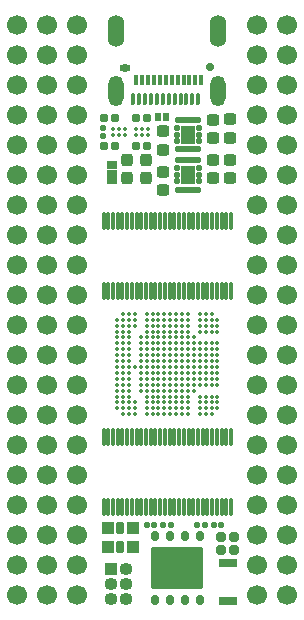
<source format=gbr>
%TF.GenerationSoftware,KiCad,Pcbnew,(5.99.0-10952-g410dbe17de)*%
%TF.CreationDate,2021-06-16T22:03:04+02:00*%
%TF.ProjectId,reDIP-64,72654449-502d-4363-942e-6b696361645f,0.2*%
%TF.SameCoordinates,PX594fc50PY8e9a590*%
%TF.FileFunction,Soldermask,Top*%
%TF.FilePolarity,Negative*%
%FSLAX46Y46*%
G04 Gerber Fmt 4.6, Leading zero omitted, Abs format (unit mm)*
G04 Created by KiCad (PCBNEW (5.99.0-10952-g410dbe17de)) date 2021-06-16 22:03:04*
%MOMM*%
%LPD*%
G01*
G04 APERTURE LIST*
G04 Aperture macros list*
%AMRoundRect*
0 Rectangle with rounded corners*
0 $1 Rounding radius*
0 $2 $3 $4 $5 $6 $7 $8 $9 X,Y pos of 4 corners*
0 Add a 4 corners polygon primitive as box body*
4,1,4,$2,$3,$4,$5,$6,$7,$8,$9,$2,$3,0*
0 Add four circle primitives for the rounded corners*
1,1,$1+$1,$2,$3*
1,1,$1+$1,$4,$5*
1,1,$1+$1,$6,$7*
1,1,$1+$1,$8,$9*
0 Add four rect primitives between the rounded corners*
20,1,$1+$1,$2,$3,$4,$5,0*
20,1,$1+$1,$4,$5,$6,$7,0*
20,1,$1+$1,$6,$7,$8,$9,0*
20,1,$1+$1,$8,$9,$2,$3,0*%
G04 Aperture macros list end*
%ADD10RoundRect,0.050000X-0.750000X0.275000X-0.750000X-0.275000X0.750000X-0.275000X0.750000X0.275000X0*%
%ADD11RoundRect,0.150000X0.150000X-0.275000X0.150000X0.275000X-0.150000X0.275000X-0.150000X-0.275000X0*%
%ADD12RoundRect,0.050000X2.150000X-1.700000X2.150000X1.700000X-2.150000X1.700000X-2.150000X-1.700000X0*%
%ADD13RoundRect,0.075000X-0.075000X-0.675000X0.075000X-0.675000X0.075000X0.675000X-0.075000X0.675000X0*%
%ADD14RoundRect,0.075000X0.075000X0.675000X-0.075000X0.675000X-0.075000X-0.675000X0.075000X-0.675000X0*%
%ADD15RoundRect,0.243750X0.281250X-0.243750X0.281250X0.243750X-0.281250X0.243750X-0.281250X-0.243750X0*%
%ADD16RoundRect,0.243750X0.243750X0.281250X-0.243750X0.281250X-0.243750X-0.281250X0.243750X-0.281250X0*%
%ADD17RoundRect,0.250000X0.275000X-0.250000X0.275000X0.250000X-0.275000X0.250000X-0.275000X-0.250000X0*%
%ADD18RoundRect,0.250000X-0.275000X0.250000X-0.275000X-0.250000X0.275000X-0.250000X0.275000X0.250000X0*%
%ADD19RoundRect,0.125000X-0.125000X0.155000X-0.125000X-0.155000X0.125000X-0.155000X0.125000X0.155000X0*%
%ADD20C,0.350000*%
%ADD21RoundRect,0.165000X0.165000X0.195000X-0.165000X0.195000X-0.165000X-0.195000X0.165000X-0.195000X0*%
%ADD22RoundRect,0.090000X0.360000X-0.485000X0.360000X0.485000X-0.360000X0.485000X-0.360000X-0.485000X0*%
%ADD23RoundRect,0.075000X0.375000X-0.300000X0.375000X0.300000X-0.375000X0.300000X-0.375000X-0.300000X0*%
%ADD24RoundRect,0.045000X0.192500X-0.180000X0.192500X0.180000X-0.192500X0.180000X-0.192500X-0.180000X0*%
%ADD25RoundRect,0.050000X1.050000X-0.200000X1.050000X0.200000X-1.050000X0.200000X-1.050000X-0.200000X0*%
%ADD26RoundRect,0.050000X0.550000X-0.750000X0.550000X0.750000X-0.550000X0.750000X-0.550000X-0.750000X0*%
%ADD27RoundRect,0.125000X-0.155000X-0.125000X0.155000X-0.125000X0.155000X0.125000X-0.155000X0.125000X0*%
%ADD28RoundRect,0.125000X0.155000X0.125000X-0.155000X0.125000X-0.155000X-0.125000X0.155000X-0.125000X0*%
%ADD29RoundRect,0.165000X-0.165000X-0.195000X0.165000X-0.195000X0.165000X0.195000X-0.165000X0.195000X0*%
%ADD30RoundRect,0.057000X0.228000X0.293000X-0.228000X0.293000X-0.228000X-0.293000X0.228000X-0.293000X0*%
%ADD31RoundRect,0.050000X-0.500000X-0.500000X0.500000X-0.500000X0.500000X0.500000X-0.500000X0.500000X0*%
%ADD32O,1.100000X1.100000*%
%ADD33O,0.950000X0.600000*%
%ADD34O,0.700000X0.700000*%
%ADD35RoundRect,0.092500X0.092500X0.407500X-0.092500X0.407500X-0.092500X-0.407500X0.092500X-0.407500X0*%
%ADD36RoundRect,0.092500X0.092500X0.357500X-0.092500X0.357500X-0.092500X-0.357500X0.092500X-0.357500X0*%
%ADD37O,1.400000X2.700000*%
%ADD38O,1.300000X2.600000*%
%ADD39RoundRect,0.067450X0.482550X0.407550X-0.482550X0.407550X-0.482550X-0.407550X0.482550X-0.407550X0*%
%ADD40RoundRect,0.070000X0.280000X0.405000X-0.280000X0.405000X-0.280000X-0.405000X0.280000X-0.405000X0*%
%ADD41RoundRect,0.160000X0.240000X-0.240000X0.240000X0.240000X-0.240000X0.240000X-0.240000X-0.240000X0*%
%ADD42C,0.340000*%
%ADD43C,1.700000*%
G04 APERTURE END LIST*
D10*
%TO.C,SW1*%
X19080000Y3965000D03*
X19080000Y715000D03*
%TD*%
D11*
%TO.C,U18*%
X12905000Y810000D03*
X14175000Y810000D03*
X15445000Y810000D03*
X16715000Y810000D03*
X16715000Y6210000D03*
X15445000Y6210000D03*
X14175000Y6210000D03*
X12905000Y6210000D03*
D12*
X14810000Y3510000D03*
%TD*%
D13*
%TO.C,U14*%
X8570000Y8700000D03*
X8970000Y8700000D03*
X9370000Y8700000D03*
X9770000Y8700000D03*
X10170000Y8700000D03*
X10570000Y8700000D03*
X10970000Y8700000D03*
X11370000Y8700000D03*
X11770000Y8700000D03*
X12170000Y8700000D03*
X12570000Y8700000D03*
X12970000Y8700000D03*
X13370000Y8700000D03*
X13770000Y8700000D03*
X14170000Y8700000D03*
X14570000Y8700000D03*
X14970000Y8700000D03*
X15370000Y8700000D03*
X15770000Y8700000D03*
X16170000Y8700000D03*
X16570000Y8700000D03*
X16970000Y8700000D03*
X17370000Y8700000D03*
X17770000Y8700000D03*
X18170000Y8700000D03*
X18570000Y8700000D03*
X18970000Y8700000D03*
X19370000Y8700000D03*
X19370000Y14600000D03*
X18970000Y14600000D03*
X18570000Y14600000D03*
X18170000Y14600000D03*
X17770000Y14600000D03*
X17370000Y14600000D03*
X16970000Y14600000D03*
X16570000Y14600000D03*
X16170000Y14600000D03*
X15770000Y14600000D03*
X15370000Y14600000D03*
X14970000Y14600000D03*
X14570000Y14600000D03*
X14170000Y14600000D03*
X13770000Y14600000D03*
X13370000Y14600000D03*
X12970000Y14600000D03*
X12570000Y14600000D03*
X12170000Y14600000D03*
X11770000Y14600000D03*
X11370000Y14600000D03*
X10970000Y14600000D03*
X10570000Y14600000D03*
X10170000Y14600000D03*
X9770000Y14600000D03*
X9370000Y14600000D03*
X8970000Y14600000D03*
X8570000Y14600000D03*
%TD*%
D14*
%TO.C,U13*%
X19370000Y32900000D03*
X18970000Y32900000D03*
X18570000Y32900000D03*
X18170000Y32900000D03*
X17770000Y32900000D03*
X17370000Y32900000D03*
X16970000Y32900000D03*
X16570000Y32900000D03*
X16170000Y32900000D03*
X15770000Y32900000D03*
X15370000Y32900000D03*
X14970000Y32900000D03*
X14570000Y32900000D03*
X14170000Y32900000D03*
X13770000Y32900000D03*
X13370000Y32900000D03*
X12970000Y32900000D03*
X12570000Y32900000D03*
X12170000Y32900000D03*
X11770000Y32900000D03*
X11370000Y32900000D03*
X10970000Y32900000D03*
X10570000Y32900000D03*
X10170000Y32900000D03*
X9770000Y32900000D03*
X9370000Y32900000D03*
X8970000Y32900000D03*
X8570000Y32900000D03*
X8570000Y27000000D03*
X8970000Y27000000D03*
X9370000Y27000000D03*
X9770000Y27000000D03*
X10170000Y27000000D03*
X10570000Y27000000D03*
X10970000Y27000000D03*
X11370000Y27000000D03*
X11770000Y27000000D03*
X12170000Y27000000D03*
X12570000Y27000000D03*
X12970000Y27000000D03*
X13370000Y27000000D03*
X13770000Y27000000D03*
X14170000Y27000000D03*
X14570000Y27000000D03*
X14970000Y27000000D03*
X15370000Y27000000D03*
X15770000Y27000000D03*
X16170000Y27000000D03*
X16570000Y27000000D03*
X16970000Y27000000D03*
X17370000Y27000000D03*
X17770000Y27000000D03*
X18170000Y27000000D03*
X18570000Y27000000D03*
X18970000Y27000000D03*
X19370000Y27000000D03*
%TD*%
D15*
%TO.C,FB4*%
X19270000Y36532500D03*
X19270000Y38107500D03*
%TD*%
D16*
%TO.C,FB1*%
X12157500Y38050000D03*
X10582500Y38050000D03*
%TD*%
%TO.C,FB2*%
X12157500Y36590000D03*
X10582500Y36590000D03*
%TD*%
D15*
%TO.C,FB3*%
X19260000Y39932500D03*
X19260000Y41507500D03*
%TD*%
D17*
%TO.C,C33*%
X13580000Y35545000D03*
X13580000Y37095000D03*
%TD*%
D18*
%TO.C,C35*%
X17800000Y38095000D03*
X17800000Y36545000D03*
%TD*%
%TO.C,C34*%
X17800000Y41495000D03*
X17800000Y39945000D03*
%TD*%
D19*
%TO.C,R15*%
X8500000Y40770000D03*
X8500000Y40130000D03*
%TD*%
D20*
%TO.C,U6*%
X11350000Y40200000D03*
X11350000Y40700000D03*
X11850000Y40200000D03*
X11850000Y40700000D03*
X12350000Y40200000D03*
X12350000Y40700000D03*
%TD*%
D21*
%TO.C,C19*%
X9540000Y39240000D03*
X8580000Y39240000D03*
%TD*%
D22*
%TO.C,D4*%
X9290000Y36645000D03*
D23*
X9290000Y37695000D03*
%TD*%
D24*
%TO.C,U8*%
X16627500Y39670000D03*
X16627500Y40220000D03*
X16627500Y40770000D03*
X14752500Y40770000D03*
X14752500Y40220000D03*
X14752500Y39670000D03*
D25*
X15690000Y38970000D03*
X15690000Y41470000D03*
D26*
X15690000Y40220000D03*
%TD*%
D24*
%TO.C,U9*%
X16627500Y36270000D03*
X16627500Y36820000D03*
X16627500Y37370000D03*
X14752500Y37370000D03*
X14752500Y36820000D03*
X14752500Y36270000D03*
D25*
X15690000Y35570000D03*
X15690000Y38070000D03*
D26*
X15690000Y36820000D03*
%TD*%
D21*
%TO.C,C12*%
X9550000Y41660000D03*
X8590000Y41660000D03*
%TD*%
D20*
%TO.C,U7*%
X10350000Y40700000D03*
X10350000Y40200000D03*
X9850000Y40700000D03*
X9850000Y40200000D03*
X9350000Y40700000D03*
X9350000Y40200000D03*
%TD*%
D27*
%TO.C,C11*%
X12210000Y7180000D03*
X12850000Y7180000D03*
%TD*%
%TO.C,C56*%
X13610000Y7180000D03*
X14250000Y7180000D03*
%TD*%
D28*
%TO.C,R17*%
X17130000Y7180000D03*
X16490000Y7180000D03*
%TD*%
D29*
%TO.C,C18*%
X11320000Y39240000D03*
X12280000Y39240000D03*
%TD*%
%TO.C,C13*%
X11320000Y41660000D03*
X12280000Y41660000D03*
%TD*%
D30*
%TO.C,D1*%
X13875000Y41700000D03*
X13145000Y41700000D03*
%TD*%
D31*
%TO.C,J7*%
X9210000Y3470000D03*
D32*
X10480000Y3470000D03*
X9210000Y2200000D03*
X10480000Y2200000D03*
X9210000Y930000D03*
X10480000Y930000D03*
%TD*%
D33*
%TO.C,J1*%
X10370000Y45885000D03*
D34*
X17570000Y45950000D03*
D35*
X16595000Y43250000D03*
X16095000Y43250000D03*
X15595000Y43250000D03*
X15095000Y43250000D03*
X14595000Y43250000D03*
X14095000Y43250000D03*
X13595000Y43250000D03*
X13095000Y43250000D03*
X12595000Y43250000D03*
X12095000Y43250000D03*
X11595000Y43250000D03*
X11095000Y43250000D03*
D36*
X11345000Y44850000D03*
X11845000Y44850000D03*
X12345000Y44850000D03*
X12845000Y44850000D03*
X13345000Y44850000D03*
X13845000Y44850000D03*
X14345000Y44850000D03*
X14845000Y44850000D03*
X15345000Y44850000D03*
X15845000Y44850000D03*
X16345000Y44850000D03*
X16845000Y44850000D03*
D37*
X18290000Y49000000D03*
D38*
X9650000Y43950000D03*
X18290000Y43950000D03*
D37*
X9650000Y49000000D03*
%TD*%
D39*
%TO.C,U5*%
X11030000Y6920000D03*
D40*
X9980000Y6920000D03*
D39*
X8930000Y6920000D03*
X8930000Y5320000D03*
D40*
X9980000Y5320000D03*
D39*
X11030000Y5320000D03*
%TD*%
D17*
%TO.C,C32*%
X13580000Y38945000D03*
X13580000Y40495000D03*
%TD*%
D28*
%TO.C,C54*%
X18530000Y7180000D03*
X17890000Y7180000D03*
%TD*%
D41*
%TO.C,D5*%
X18530000Y5040000D03*
X18530000Y6140000D03*
X19630000Y6140000D03*
X19630000Y5040000D03*
%TD*%
D42*
%TO.C,U4*%
X18220000Y24550000D03*
X18220000Y24050000D03*
X18220000Y23550000D03*
X18220000Y22550000D03*
X18220000Y22050000D03*
X18220000Y21550000D03*
X18220000Y21050000D03*
X18220000Y20550000D03*
X18220000Y20050000D03*
X18220000Y19550000D03*
X18220000Y19050000D03*
X18220000Y18050000D03*
X18220000Y17550000D03*
X18220000Y17050000D03*
X17720000Y25050000D03*
X17720000Y24550000D03*
X17720000Y24050000D03*
X17720000Y23550000D03*
X17720000Y22550000D03*
X17720000Y22050000D03*
X17720000Y21550000D03*
X17720000Y21050000D03*
X17720000Y20550000D03*
X17720000Y20050000D03*
X17720000Y19550000D03*
X17720000Y19050000D03*
X17720000Y18050000D03*
X17720000Y17550000D03*
X17720000Y17050000D03*
X17720000Y16550000D03*
X17220000Y25050000D03*
X17220000Y24550000D03*
X17220000Y24050000D03*
X17220000Y23550000D03*
X17220000Y22550000D03*
X17220000Y22050000D03*
X17220000Y21550000D03*
X17220000Y21050000D03*
X17220000Y20550000D03*
X17220000Y20050000D03*
X17220000Y19550000D03*
X17220000Y19050000D03*
X17220000Y18050000D03*
X17220000Y17550000D03*
X17220000Y17050000D03*
X17220000Y16550000D03*
X16720000Y25050000D03*
X16720000Y24550000D03*
X16720000Y24050000D03*
X16720000Y23550000D03*
X16720000Y22550000D03*
X16720000Y22050000D03*
X16720000Y21550000D03*
X16720000Y21050000D03*
X16720000Y20550000D03*
X16720000Y20050000D03*
X16720000Y19550000D03*
X16720000Y19050000D03*
X16720000Y18050000D03*
X16720000Y17550000D03*
X16720000Y17050000D03*
X16720000Y16550000D03*
X16220000Y23050000D03*
X16220000Y22550000D03*
X16220000Y22050000D03*
X16220000Y21550000D03*
X16220000Y21050000D03*
X16220000Y20550000D03*
X16220000Y20050000D03*
X16220000Y19550000D03*
X16220000Y19050000D03*
X16220000Y18550000D03*
X15720000Y25050000D03*
X15720000Y24550000D03*
X15720000Y24050000D03*
X15720000Y23550000D03*
X15720000Y23050000D03*
X15720000Y22550000D03*
X15720000Y22050000D03*
X15720000Y21550000D03*
X15720000Y21050000D03*
X15720000Y20550000D03*
X15720000Y20050000D03*
X15720000Y19550000D03*
X15720000Y19050000D03*
X15720000Y18550000D03*
X15720000Y18050000D03*
X15720000Y17550000D03*
X15720000Y17050000D03*
X15720000Y16550000D03*
X15220000Y25050000D03*
X15220000Y24550000D03*
X15220000Y24050000D03*
X15220000Y23550000D03*
X15220000Y23050000D03*
X15220000Y22550000D03*
X15220000Y22050000D03*
X15220000Y21550000D03*
X15220000Y21050000D03*
X15220000Y20550000D03*
X15220000Y20050000D03*
X15220000Y19550000D03*
X15220000Y19050000D03*
X15220000Y18550000D03*
X15220000Y18050000D03*
X15220000Y17550000D03*
X15220000Y17050000D03*
X15220000Y16550000D03*
X14720000Y25050000D03*
X14720000Y24550000D03*
X14720000Y24050000D03*
X14720000Y23550000D03*
X14720000Y23050000D03*
X14720000Y22550000D03*
X14720000Y22050000D03*
X14720000Y21550000D03*
X14720000Y21050000D03*
X14720000Y20550000D03*
X14720000Y20050000D03*
X14720000Y19550000D03*
X14720000Y19050000D03*
X14720000Y18550000D03*
X14720000Y18050000D03*
X14720000Y17550000D03*
X14720000Y17050000D03*
X14720000Y16550000D03*
X14220000Y25050000D03*
X14220000Y24550000D03*
X14220000Y24050000D03*
X14220000Y23550000D03*
X14220000Y23050000D03*
X14220000Y22550000D03*
X14220000Y22050000D03*
X14220000Y21550000D03*
X14220000Y21050000D03*
X14220000Y20550000D03*
X14220000Y20050000D03*
X14220000Y19550000D03*
X14220000Y19050000D03*
X14220000Y18550000D03*
X14220000Y18050000D03*
X14220000Y17550000D03*
X14220000Y17050000D03*
X14220000Y16550000D03*
X13720000Y25050000D03*
X13720000Y24550000D03*
X13720000Y24050000D03*
X13720000Y23550000D03*
X13720000Y23050000D03*
X13720000Y22550000D03*
X13720000Y22050000D03*
X13720000Y21550000D03*
X13720000Y21050000D03*
X13720000Y20550000D03*
X13720000Y20050000D03*
X13720000Y19550000D03*
X13720000Y19050000D03*
X13720000Y18550000D03*
X13720000Y18050000D03*
X13720000Y17550000D03*
X13720000Y17050000D03*
X13720000Y16550000D03*
X13220000Y25050000D03*
X13220000Y24550000D03*
X13220000Y24050000D03*
X13220000Y23550000D03*
X13220000Y23050000D03*
X13220000Y22550000D03*
X13220000Y22050000D03*
X13220000Y21550000D03*
X13220000Y21050000D03*
X13220000Y20550000D03*
X13220000Y20050000D03*
X13220000Y19550000D03*
X13220000Y19050000D03*
X13220000Y18550000D03*
X13220000Y18050000D03*
X13220000Y17550000D03*
X13220000Y17050000D03*
X13220000Y16550000D03*
X12720000Y25050000D03*
X12720000Y24550000D03*
X12720000Y24050000D03*
X12720000Y23550000D03*
X12720000Y23050000D03*
X12720000Y22550000D03*
X12720000Y22050000D03*
X12720000Y21550000D03*
X12720000Y21050000D03*
X12720000Y20550000D03*
X12720000Y20050000D03*
X12720000Y19550000D03*
X12720000Y19050000D03*
X12720000Y18550000D03*
X12720000Y18050000D03*
X12720000Y17550000D03*
X12720000Y17050000D03*
X12720000Y16550000D03*
X12220000Y25050000D03*
X12220000Y24550000D03*
X12220000Y24050000D03*
X12220000Y23550000D03*
X12220000Y23050000D03*
X12220000Y22550000D03*
X12220000Y22050000D03*
X12220000Y21550000D03*
X12220000Y21050000D03*
X12220000Y20550000D03*
X12220000Y20050000D03*
X12220000Y19550000D03*
X12220000Y19050000D03*
X12220000Y18550000D03*
X12220000Y18050000D03*
X12220000Y17550000D03*
X12220000Y17050000D03*
X12220000Y16550000D03*
X11720000Y23050000D03*
X11720000Y22550000D03*
X11720000Y22050000D03*
X11720000Y21550000D03*
X11720000Y21050000D03*
X11720000Y20550000D03*
X11720000Y20050000D03*
X11720000Y19550000D03*
X11720000Y19050000D03*
X11720000Y18550000D03*
X11220000Y25050000D03*
X11220000Y24550000D03*
X11220000Y24050000D03*
X11220000Y20550000D03*
X11220000Y17550000D03*
X11220000Y17050000D03*
X11220000Y16550000D03*
X10720000Y25050000D03*
X10720000Y24550000D03*
X10720000Y24050000D03*
X10720000Y23550000D03*
X10720000Y23050000D03*
X10720000Y22550000D03*
X10720000Y22050000D03*
X10720000Y21550000D03*
X10720000Y21050000D03*
X10720000Y20550000D03*
X10720000Y20050000D03*
X10720000Y19550000D03*
X10720000Y19050000D03*
X10720000Y18550000D03*
X10720000Y18050000D03*
X10720000Y17550000D03*
X10720000Y17050000D03*
X10720000Y16550000D03*
X10220000Y25050000D03*
X10220000Y24550000D03*
X10220000Y24050000D03*
X10220000Y23550000D03*
X10220000Y23050000D03*
X10220000Y22550000D03*
X10220000Y22050000D03*
X10220000Y21550000D03*
X10220000Y21050000D03*
X10220000Y20550000D03*
X10220000Y20050000D03*
X10220000Y19550000D03*
X10220000Y19050000D03*
X10220000Y18550000D03*
X10220000Y18050000D03*
X10220000Y17550000D03*
X10220000Y17050000D03*
X10220000Y16550000D03*
X9720000Y24550000D03*
X9720000Y24050000D03*
X9720000Y23550000D03*
X9720000Y23050000D03*
X9720000Y22550000D03*
X9720000Y22050000D03*
X9720000Y21550000D03*
X9720000Y21050000D03*
X9720000Y20550000D03*
X9720000Y20050000D03*
X9720000Y19550000D03*
X9720000Y19050000D03*
X9720000Y18550000D03*
X9720000Y18050000D03*
X9720000Y17550000D03*
X9720000Y17050000D03*
%TD*%
D43*
%TO.C,J2*%
X6350000Y49530000D03*
X6350000Y46990000D03*
X6350000Y44450000D03*
X6350000Y41910000D03*
X6350000Y39370000D03*
X6350000Y36830000D03*
X6350000Y34290000D03*
X6350000Y31750000D03*
X6350000Y29210000D03*
X6350000Y26670000D03*
X6350000Y24130000D03*
X6350000Y21590000D03*
X6350000Y19050000D03*
X6350000Y16510000D03*
X6350000Y13970000D03*
X6350000Y11430000D03*
X6350000Y8890000D03*
X6350000Y6350000D03*
X6350000Y3810000D03*
X6350000Y1270000D03*
%TD*%
%TO.C,J6*%
X21590000Y49530000D03*
X21590000Y46990000D03*
X21590000Y44450000D03*
X21590000Y41910000D03*
X21590000Y39370000D03*
X21590000Y36830000D03*
X21590000Y34290000D03*
X21590000Y31750000D03*
X21590000Y29210000D03*
X21590000Y26670000D03*
X21590000Y24130000D03*
X21590000Y21590000D03*
X21590000Y19050000D03*
X21590000Y16510000D03*
X21590000Y13970000D03*
X21590000Y11430000D03*
X21590000Y8890000D03*
X21590000Y6350000D03*
X21590000Y3810000D03*
X21590000Y1270000D03*
%TD*%
%TO.C,J4*%
X24130000Y49530000D03*
X24130000Y46990000D03*
X24130000Y44450000D03*
X24130000Y41910000D03*
X24130000Y39370000D03*
X24130000Y36830000D03*
X24130000Y34290000D03*
X24130000Y31750000D03*
X24130000Y29210000D03*
X24130000Y26670000D03*
X24130000Y24130000D03*
X24130000Y21590000D03*
X24130000Y19050000D03*
X24130000Y16510000D03*
X24130000Y13970000D03*
X24130000Y11430000D03*
X24130000Y8890000D03*
X24130000Y6350000D03*
X24130000Y3810000D03*
X24130000Y1270000D03*
%TD*%
%TO.C,J3*%
X1270000Y49530000D03*
X1270000Y46990000D03*
X1270000Y44450000D03*
X1270000Y41910000D03*
X1270000Y39370000D03*
X1270000Y36830000D03*
X1270000Y34290000D03*
X1270000Y31750000D03*
X1270000Y29210000D03*
X1270000Y26670000D03*
X1270000Y24130000D03*
X1270000Y21590000D03*
X1270000Y19050000D03*
X1270000Y16510000D03*
X1270000Y13970000D03*
X1270000Y11430000D03*
X1270000Y8890000D03*
X1270000Y6350000D03*
X1270000Y3810000D03*
X1270000Y1270000D03*
%TD*%
%TO.C,J5*%
X3810000Y49530000D03*
X3810000Y46990000D03*
X3810000Y44450000D03*
X3810000Y41910000D03*
X3810000Y39370000D03*
X3810000Y36830000D03*
X3810000Y34290000D03*
X3810000Y31750000D03*
X3810000Y29210000D03*
X3810000Y26670000D03*
X3810000Y24130000D03*
X3810000Y21590000D03*
X3810000Y19050000D03*
X3810000Y16510000D03*
X3810000Y13970000D03*
X3810000Y11430000D03*
X3810000Y8890000D03*
X3810000Y6350000D03*
X3810000Y3810000D03*
X3810000Y1270000D03*
%TD*%
M02*

</source>
